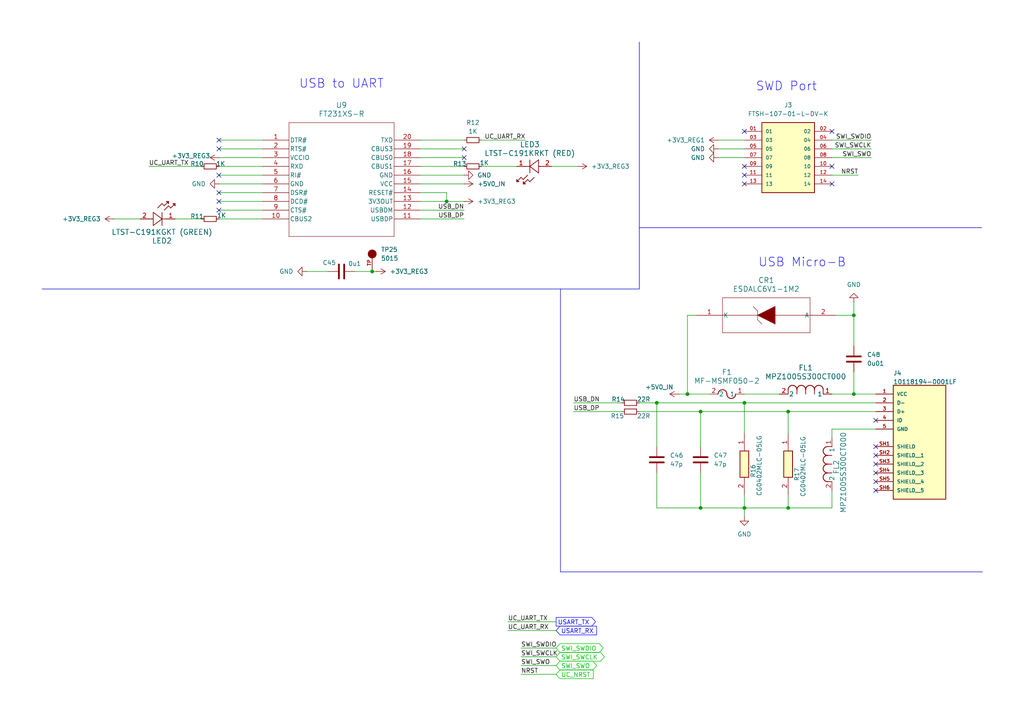
<source format=kicad_sch>
(kicad_sch (version 20250114) (generator "eeschema") (generator_version "9.0")
  (paper "A4")
  (lib_symbols
    (symbol "HANDS-EMG-BOARD:+3V3_REG1" (power) (pin_numbers (hide yes)) (pin_names (offset 0) (hide yes))
      (property "Value" "+3V3_REG1" (at 0 3.556 0))
      (symbol "+3V3_REG1_0_1"
        (polyline (pts (xy -0.762 1.27) (xy 0 2.54)))
        (polyline (pts (xy 0 2.54) (xy 0.762 1.27)))
        (polyline (pts (xy 0 0) (xy 0 2.54)))
      )
      (symbol "+3V3_REG1_1_1"
        (pin power_in line (at 0 0 90) (length 0) (name "~") (number "1"))
      )
    )
    (symbol "HANDS-EMG-BOARD:+3V3_REG3" (power) (pin_numbers (hide yes)) (pin_names (offset 0) (hide yes))
      (property "Value" "+3V3_REG3" (at 0 3.556 0))
      (symbol "+3V3_REG3_0_1"
        (polyline (pts (xy -0.762 1.27) (xy 0 2.54)))
        (polyline (pts (xy 0 2.54) (xy 0.762 1.27)))
        (polyline (pts (xy 0 0) (xy 0 2.54)))
      )
      (symbol "+3V3_REG3_1_1"
        (pin power_in line (at 0 0 90) (length 0) (name "~") (number "1"))
      )
    )
    (symbol "HANDS-EMG-BOARD:+5V0_IN" (power) (pin_numbers (hide yes)) (pin_names (offset 0) (hide yes))
      (property "Value" "+5V0_IN" (at 0 3.556 0))
      (symbol "+5V0_IN_0_1"
        (polyline (pts (xy -0.762 1.27) (xy 0 2.54)))
        (polyline (pts (xy 0 2.54) (xy 0.762 1.27)))
        (polyline (pts (xy 0 0) (xy 0 2.54)))
      )
      (symbol "+5V0_IN_1_1"
        (pin power_in line (at 0 0 90) (length 0) (name "~") (number "1"))
      )
    )
    (symbol "HANDS-EMG-BOARD:0402WGF4702TCE" (pin_names (hide yes))
      (property "Reference" "R" (at 13.97 6.35 0))
      (property "Value" "CG0402MLC-05LG" (at 13.97 3.81 0))
      (symbol "0402WGF4702TCE_1_1"
        (rectangle (start 5.08 1.27) (end 12.7 -1.27) (stroke (width 0.254)) (fill (type background)))
        (pin passive line (at 0 0 0) (length 5.08) (name "1") (number "1"))
        (pin passive line (at 17.78 0 180) (length 5.08) (name "2") (number "2"))
      )
    )
    (symbol "HANDS-EMG-BOARD:10118194-0001LF" (pin_names (offset 1.016))
      (property "Reference" "J" (at -7.62 10.922 0))
      (property "Value" "10118194-0001LF" (at -7.62 -25.4 0))
      (symbol "10118194-0001LF_0_0"
        (rectangle (start -7.62 -22.86) (end 7.62 10.16) (stroke (width 0.254)) (fill (type background)))
        (pin power_in line (at -12.7 7.62 0) (length 5.08) (name "VCC") (number "1"))
        (pin bidirectional line (at -12.7 5.08 0) (length 5.08) (name "D-") (number "2"))
        (pin bidirectional line (at -12.7 2.54 0) (length 5.08) (name "D+") (number "3"))
        (pin bidirectional line (at -12.7 0 0) (length 5.08) (name "ID") (number "4"))
        (pin power_in line (at -12.7 -2.54 0) (length 5.08) (name "GND") (number "5"))
        (pin passive line (at -12.7 -7.62 0) (length 5.08) (name "SHIELD") (number "SH1"))
        (pin passive line (at -12.7 -10.16 0) (length 5.08) (name "SHIELD__1") (number "SH2"))
        (pin passive line (at -12.7 -12.7 0) (length 5.08) (name "SHIELD__2") (number "SH3"))
        (pin passive line (at -12.7 -15.24 0) (length 5.08) (name "SHIELD__3") (number "SH4"))
        (pin passive line (at -12.7 -17.78 0) (length 5.08) (name "SHIELD__4") (number "SH5"))
        (pin passive line (at -12.7 -20.32 0) (length 5.08) (name "SHIELD__5") (number "SH6"))
      )
    )
    (symbol "HANDS-EMG-BOARD:5015" (pin_names (offset 1.016))
      (property "Reference" "TP" (at -2.5444 2.5415 0))
      (property "Value" "5015" (at -2.55 -5.0866 0))
      (symbol "5015_0_0"
        (circle (center 0 0) (radius 0.635) (stroke (width 1.27)))
        (pin passive line (at -5.08 0 0) (length 5.08) (name "~") (number "TP"))
      )
    )
    (symbol "HANDS-EMG-BOARD:C" (pin_numbers (hide yes)) (pin_names (offset 0.254))
      (property "Reference" "C" (at 0.635 2.54 0))
      (property "Value" "C" (at 0.635 -2.54 0))
      (symbol "C_0_1"
        (polyline (pts (xy -2.032 0.762) (xy 2.032 0.762)) (stroke (width 0.508)))
        (polyline (pts (xy -2.032 -0.762) (xy 2.032 -0.762)) (stroke (width 0.508)))
      )
      (symbol "C_1_1"
        (pin passive line (at 0 3.81 270) (length 2.794) (name "~") (number "1"))
        (pin passive line (at 0 -3.81 90) (length 2.794) (name "~") (number "2"))
      )
    )
    (symbol "HANDS-EMG-BOARD:ESDALC6V1-1M2" (pin_names (offset 0.254))
      (property "Reference" "CR" (at 20.32 10.16 0))
      (property "Value" "ESDALC6V1-1M2" (at 20.32 7.62 0))
      (symbol "ESDALC6V1-1M2_0_1"
        (polyline (pts (xy 7.62 5.08) (xy 7.62 -5.08)) (stroke (width 0.127)))
        (polyline (pts (xy 7.62 0) (xy 33.02 0)) (stroke (width 0.127)))
        (polyline (pts (xy 7.62 -5.08) (xy 33.02 -5.08)) (stroke (width 0.127)))
        (polyline (pts (xy 17.78 1.27) (xy 16.51 2.54)) (stroke (width 0.127)))
        (polyline (pts (xy 17.78 0) (xy 22.86 -2.54)) (stroke (width 0.127)))
        (polyline (pts (xy 17.78 0) (xy 22.86 2.54) (xy 22.86 -2.54)) (fill (type outline)))
        (polyline (pts (xy 17.78 -1.27) (xy 17.78 1.27)) (stroke (width 0.127)))
        (polyline (pts (xy 17.78 -1.27) (xy 19.05 -2.54)) (stroke (width 0.127)))
        (polyline (pts (xy 22.86 2.54) (xy 17.78 0)) (stroke (width 0.127)))
        (polyline (pts (xy 22.86 -2.54) (xy 22.86 2.54)) (stroke (width 0.127)))
        (polyline (pts (xy 33.02 5.08) (xy 7.62 5.08)) (stroke (width 0.127)))
        (polyline (pts (xy 33.02 -5.08) (xy 33.02 5.08)) (stroke (width 0.127)))
        (pin unspecified line (at 0 0 0) (length 7.62) (name "K") (number "1"))
        (pin unspecified line (at 40.64 0 180) (length 7.62) (name "A") (number "2"))
      )
    )
    (symbol "HANDS-EMG-BOARD:FT231XS-R" (pin_names (offset 0.254))
      (property "Reference" "U" (at 22.86 10.16 0))
      (property "Value" "FT231XS-R" (at 22.86 7.62 0))
      (symbol "FT231XS-R_0_1"
        (polyline (pts (xy 7.62 5.08) (xy 7.62 -27.94)) (stroke (width 0.127)))
        (polyline (pts (xy 7.62 -27.94) (xy 38.1 -27.94)) (stroke (width 0.127)))
        (polyline (pts (xy 38.1 5.08) (xy 7.62 5.08)) (stroke (width 0.127)))
        (polyline (pts (xy 38.1 -27.94) (xy 38.1 5.08)) (stroke (width 0.127)))
        (pin output line (at 0 0 0) (length 7.62) (name "DTR#") (number "1"))
        (pin output line (at 0 -2.54 0) (length 7.62) (name "RTS#") (number "2"))
        (pin power_in line (at 0 -5.08 0) (length 7.62) (name "VCCIO") (number "3"))
        (pin input line (at 0 -7.62 0) (length 7.62) (name "RXD") (number "4"))
        (pin input line (at 0 -10.16 0) (length 7.62) (name "RI#") (number "5"))
        (pin power_out line (at 0 -12.7 0) (length 7.62) (name "GND") (number "6"))
        (pin input line (at 0 -15.24 0) (length 7.62) (name "DSR#") (number "7"))
        (pin input line (at 0 -17.78 0) (length 7.62) (name "DCD#") (number "8"))
        (pin input line (at 0 -20.32 0) (length 7.62) (name "CTS#") (number "9"))
        (pin bidirectional line (at 0 -22.86 0) (length 7.62) (name "CBUS2") (number "10"))
        (pin output line (at 45.72 0 180) (length 7.62) (name "TXD") (number "20"))
        (pin bidirectional line (at 45.72 -2.54 180) (length 7.62) (name "CBUS3") (number "19"))
        (pin bidirectional line (at 45.72 -5.08 180) (length 7.62) (name "CBUS0") (number "18"))
        (pin bidirectional line (at 45.72 -7.62 180) (length 7.62) (name "CBUS1") (number "17"))
        (pin power_out line (at 45.72 -10.16 180) (length 7.62) (name "GND") (number "16"))
        (pin power_in line (at 45.72 -12.7 180) (length 7.62) (name "VCC") (number "15"))
        (pin input line (at 45.72 -15.24 180) (length 7.62) (name "RESET#") (number "14"))
        (pin power_in line (at 45.72 -17.78 180) (length 7.62) (name "3V3OUT") (number "13"))
        (pin input line (at 45.72 -20.32 180) (length 7.62) (name "USBDM") (number "12"))
        (pin input line (at 45.72 -22.86 180) (length 7.62) (name "USBDP") (number "11"))
      )
    )
    (symbol "HANDS-EMG-BOARD:FTSH-107-01-L-DV-K" (pin_names (offset 1.016))
      (property "Reference" "J" (at -8.12 10.16 0))
      (property "Value" "FTSH-107-01-L-DV-K" (at -7.62 -12.7 0))
      (symbol "FTSH-107-01-L-DV-K_0_0"
        (rectangle (start -7.62 -10.16) (end 7.62 10.16) (stroke (width 0.254)) (fill (type background)))
        (pin passive line (at -12.7 7.62 0) (length 5.08) (name "01") (number "01"))
        (pin passive line (at -12.7 5.08 0) (length 5.08) (name "03") (number "03"))
        (pin passive line (at -12.7 2.54 0) (length 5.08) (name "05") (number "05"))
        (pin passive line (at -12.7 0 0) (length 5.08) (name "07") (number "07"))
        (pin passive line (at -12.7 -2.54 0) (length 5.08) (name "09") (number "09"))
        (pin passive line (at -12.7 -5.08 0) (length 5.08) (name "11") (number "11"))
        (pin passive line (at -12.7 -7.62 0) (length 5.08) (name "13") (number "13"))
        (pin passive line (at 12.7 7.62 180) (length 5.08) (name "02") (number "02"))
        (pin passive line (at 12.7 5.08 180) (length 5.08) (name "04") (number "04"))
        (pin passive line (at 12.7 2.54 180) (length 5.08) (name "06") (number "06"))
        (pin passive line (at 12.7 0 180) (length 5.08) (name "08") (number "08"))
        (pin passive line (at 12.7 -2.54 180) (length 5.08) (name "10") (number "10"))
        (pin passive line (at 12.7 -5.08 180) (length 5.08) (name "12") (number "12"))
        (pin passive line (at 12.7 -7.62 180) (length 5.08) (name "14") (number "14"))
      )
    )
    (symbol "HANDS-EMG-BOARD:GND" (power) (pin_numbers (hide yes)) (pin_names (offset 0) (hide yes))
      (property "Value" "GND" (at 0 -3.81 0))
      (symbol "GND_0_1"
        (polyline (pts (xy 0 0) (xy 0 -1.27) (xy 1.27 -1.27) (xy 0 -2.54) (xy -1.27 -1.27) (xy 0 -1.27)))
      )
      (symbol "GND_1_1"
        (pin power_in line (at 0 0 270) (length 0) (name "~") (number "1"))
      )
    )
    (symbol "HANDS-EMG-BOARD:LTST-C191KGKT" (pin_names (offset 0.254))
      (property "Reference" "LED" (at 5.08 -4.445 0))
      (property "Value" "LTST-C191KGKT" (at 5.08 -7.62 0))
      (symbol "LTST-C191KGKT_1_1"
        (polyline (pts (xy 2.54 0) (xy 3.4798 0)) (stroke (width 0.2032)))
        (polyline (pts (xy 3.175 0) (xy 3.81 0)) (stroke (width 0.2032)))
        (polyline (pts (xy 3.81 1.905) (xy 3.81 -1.905)) (stroke (width 0.2032)))
        (polyline (pts (xy 3.81 -1.905) (xy 6.35 0)) (stroke (width 0.2032)))
        (polyline (pts (xy 5.08 3.175) (xy 6.35 4.445)) (stroke (width 0.2032)))
        (polyline (pts (xy 6.35 4.445) (xy 6.985 3.81)) (stroke (width 0.2032)))
        (polyline (pts (xy 6.35 0) (xy 3.81 1.905)) (stroke (width 0.2032)))
        (polyline (pts (xy 6.35 0) (xy 7.62 0)) (stroke (width 0.2032)))
        (polyline (pts (xy 6.35 -1.905) (xy 6.35 1.905)) (stroke (width 0.2032)))
        (polyline (pts (xy 6.985 3.81) (xy 8.255 5.08)) (stroke (width 0.2032)))
        (polyline (pts (xy 6.985 2.54) (xy 8.255 3.81)) (stroke (width 0.2032)))
        (polyline (pts (xy 7.62 5.08) (xy 8.255 4.445)) (stroke (width 0.2032)))
        (polyline (pts (xy 8.255 5.08) (xy 7.62 5.08)) (stroke (width 0.2032)))
        (polyline (pts (xy 8.255 4.445) (xy 8.255 5.08)) (stroke (width 0.2032)))
        (polyline (pts (xy 8.255 3.81) (xy 8.89 3.175)) (stroke (width 0.2032)))
        (polyline (pts (xy 8.89 3.175) (xy 10.16 4.445)) (stroke (width 0.2032)))
        (polyline (pts (xy 9.525 4.445) (xy 10.16 3.81)) (stroke (width 0.2032)))
        (polyline (pts (xy 10.16 4.445) (xy 9.525 4.445)) (stroke (width 0.2032)))
        (polyline (pts (xy 10.16 3.81) (xy 10.16 4.445)) (stroke (width 0.2032)))
        (pin unspecified line (at 0 0 0) (length 2.54) (name "") (number "2"))
        (pin unspecified line (at 10.16 0 180) (length 2.54) (name "") (number "1"))
      )
      (symbol "LTST-C191KGKT_1_2"
        (polyline (pts (xy -5.08 8.255) (xy -5.08 7.62)) (stroke (width 0.2032)))
        (polyline (pts (xy -5.08 7.62) (xy -4.445 8.255)) (stroke (width 0.2032)))
        (polyline (pts (xy -4.445 10.16) (xy -4.445 9.525)) (stroke (width 0.2032)))
        (polyline (pts (xy -4.445 9.525) (xy -3.81 10.16)) (stroke (width 0.2032)))
        (polyline (pts (xy -4.445 8.255) (xy -5.08 8.255)) (stroke (width 0.2032)))
        (polyline (pts (xy -4.445 6.35) (xy -3.81 6.985)) (stroke (width 0.2032)))
        (polyline (pts (xy -3.81 10.16) (xy -4.445 10.16)) (stroke (width 0.2032)))
        (polyline (pts (xy -3.81 8.255) (xy -3.175 8.89)) (stroke (width 0.2032)))
        (polyline (pts (xy -3.81 6.985) (xy -5.08 8.255)) (stroke (width 0.2032)))
        (polyline (pts (xy -3.175 8.89) (xy -4.445 10.16)) (stroke (width 0.2032)))
        (polyline (pts (xy -3.175 5.08) (xy -4.445 6.35)) (stroke (width 0.2032)))
        (polyline (pts (xy -2.54 6.985) (xy -3.81 8.255)) (stroke (width 0.2032)))
        (polyline (pts (xy -1.905 3.81) (xy 1.905 3.81)) (stroke (width 0.2032)))
        (polyline (pts (xy 0 6.35) (xy -1.905 3.81)) (stroke (width 0.2032)))
        (polyline (pts (xy 0 6.35) (xy 0 7.62)) (stroke (width 0.2032)))
        (polyline (pts (xy 0 3.175) (xy 0 3.81)) (stroke (width 0.2032)))
        (polyline (pts (xy 0 2.54) (xy 0 3.4798)) (stroke (width 0.2032)))
        (polyline (pts (xy 1.905 6.35) (xy -1.905 6.35)) (stroke (width 0.2032)))
        (polyline (pts (xy 1.905 3.81) (xy 0 6.35)) (stroke (width 0.2032)))
        (pin unspecified line (at 0 10.16 270) (length 2.54) (name "") (number "1"))
        (pin unspecified line (at 0 0 90) (length 2.54) (name "") (number "2"))
      )
    )
    (symbol "HANDS-EMG-BOARD:LTST-C191KRKT" (pin_names (offset 0.254))
      (property "Reference" "LED" (at 5.08 -4.445 0))
      (property "Value" "LTST-C191KRKT" (at 5.08 -7.62 0))
      (symbol "LTST-C191KRKT_1_1"
        (polyline (pts (xy 2.54 0) (xy 3.4798 0)) (stroke (width 0.2032)))
        (polyline (pts (xy 3.175 0) (xy 3.81 0)) (stroke (width 0.2032)))
        (polyline (pts (xy 3.81 1.905) (xy 3.81 -1.905)) (stroke (width 0.2032)))
        (polyline (pts (xy 3.81 -1.905) (xy 6.35 0)) (stroke (width 0.2032)))
        (polyline (pts (xy 5.08 3.175) (xy 6.35 4.445)) (stroke (width 0.2032)))
        (polyline (pts (xy 6.35 4.445) (xy 6.985 3.81)) (stroke (width 0.2032)))
        (polyline (pts (xy 6.35 0) (xy 3.81 1.905)) (stroke (width 0.2032)))
        (polyline (pts (xy 6.35 0) (xy 7.62 0)) (stroke (width 0.2032)))
        (polyline (pts (xy 6.35 -1.905) (xy 6.35 1.905)) (stroke (width 0.2032)))
        (polyline (pts (xy 6.985 3.81) (xy 8.255 5.08)) (stroke (width 0.2032)))
        (polyline (pts (xy 6.985 2.54) (xy 8.255 3.81)) (stroke (width 0.2032)))
        (polyline (pts (xy 7.62 5.08) (xy 8.255 4.445)) (stroke (width 0.2032)))
        (polyline (pts (xy 8.255 5.08) (xy 7.62 5.08)) (stroke (width 0.2032)))
        (polyline (pts (xy 8.255 4.445) (xy 8.255 5.08)) (stroke (width 0.2032)))
        (polyline (pts (xy 8.255 3.81) (xy 8.89 3.175)) (stroke (width 0.2032)))
        (polyline (pts (xy 8.89 3.175) (xy 10.16 4.445)) (stroke (width 0.2032)))
        (polyline (pts (xy 9.525 4.445) (xy 10.16 3.81)) (stroke (width 0.2032)))
        (polyline (pts (xy 10.16 4.445) (xy 9.525 4.445)) (stroke (width 0.2032)))
        (polyline (pts (xy 10.16 3.81) (xy 10.16 4.445)) (stroke (width 0.2032)))
        (pin unspecified line (at 0 0 0) (length 2.54) (name "") (number "2"))
        (pin unspecified line (at 10.16 0 180) (length 2.54) (name "") (number "1"))
      )
      (symbol "LTST-C191KRKT_1_2"
        (polyline (pts (xy -5.08 8.255) (xy -5.08 7.62)) (stroke (width 0.2032)))
        (polyline (pts (xy -5.08 7.62) (xy -4.445 8.255)) (stroke (width 0.2032)))
        (polyline (pts (xy -4.445 10.16) (xy -4.445 9.525)) (stroke (width 0.2032)))
        (polyline (pts (xy -4.445 9.525) (xy -3.81 10.16)) (stroke (width 0.2032)))
        (polyline (pts (xy -4.445 8.255) (xy -5.08 8.255)) (stroke (width 0.2032)))
        (polyline (pts (xy -4.445 6.35) (xy -3.81 6.985)) (stroke (width 0.2032)))
        (polyline (pts (xy -3.81 10.16) (xy -4.445 10.16)) (stroke (width 0.2032)))
        (polyline (pts (xy -3.81 8.255) (xy -3.175 8.89)) (stroke (width 0.2032)))
        (polyline (pts (xy -3.81 6.985) (xy -5.08 8.255)) (stroke (width 0.2032)))
        (polyline (pts (xy -3.175 8.89) (xy -4.445 10.16)) (stroke (width 0.2032)))
        (polyline (pts (xy -3.175 5.08) (xy -4.445 6.35)) (stroke (width 0.2032)))
        (polyline (pts (xy -2.54 6.985) (xy -3.81 8.255)) (stroke (width 0.2032)))
        (polyline (pts (xy -1.905 3.81) (xy 1.905 3.81)) (stroke (width 0.2032)))
        (polyline (pts (xy 0 6.35) (xy -1.905 3.81)) (stroke (width 0.2032)))
        (polyline (pts (xy 0 6.35) (xy 0 7.62)) (stroke (width 0.2032)))
        (polyline (pts (xy 0 3.175) (xy 0 3.81)) (stroke (width 0.2032)))
        (polyline (pts (xy 0 2.54) (xy 0 3.4798)) (stroke (width 0.2032)))
        (polyline (pts (xy 1.905 6.35) (xy -1.905 6.35)) (stroke (width 0.2032)))
        (polyline (pts (xy 1.905 3.81) (xy 0 6.35)) (stroke (width 0.2032)))
        (pin unspecified line (at 0 10.16 270) (length 2.54) (name "") (number "1"))
        (pin unspecified line (at 0 0 90) (length 2.54) (name "") (number "2"))
      )
    )
    (symbol "HANDS-EMG-BOARD:MF-MSMF050-2" (pin_names (offset 0.254))
      (property "Reference" "F" (at 5.08 3.175 0))
      (property "Value" "MF-MSMF050-2" (at 5.08 -3.175 0))
      (symbol "MF-MSMF050-2_0_1"
        (arc (start 2.54 0) (mid 3.81 1.2645) (end 5.08 0) (stroke (width 0.254)))
        (arc (start 7.62 0) (mid 6.35 -1.2645) (end 5.08 0) (stroke (width 0.254)))
        (pin unspecified line (at 0 0 0) (length 2.54) (name "1") (number "1"))
        (pin unspecified line (at 10.16 0 180) (length 2.54) (name "2") (number "2"))
      )
    )
    (symbol "HANDS-EMG-BOARD:MPZ1005S300CT000" (pin_names (offset 0.254))
      (property "Reference" "FL" (at 6.985 5.08 0))
      (property "Value" "MPZ1005S300CT000" (at 6.985 -2.54 0))
      (symbol "MPZ1005S300CT000_1_1"
        (polyline (pts (xy 2.54 0) (xy 2.54 1.27)) (stroke (width 0.2032)))
        (arc (start 2.54 1.27) (mid 3.81 2.5344) (end 5.08 1.27) (stroke (width 0.254)))
        (polyline (pts (xy 5.08 0) (xy 5.08 1.27)) (stroke (width 0.2032)))
        (arc (start 5.08 1.27) (mid 6.35 2.5344) (end 7.62 1.27) (stroke (width 0.254)))
        (polyline (pts (xy 7.62 0) (xy 7.62 1.27)) (stroke (width 0.2032)))
        (arc (start 7.62 1.27) (mid 8.89 2.5344) (end 10.16 1.27) (stroke (width 0.254)))
        (polyline (pts (xy 10.16 0) (xy 10.16 1.27)) (stroke (width 0.2032)))
        (arc (start 10.16 1.27) (mid 11.43 2.5344) (end 12.7 1.27) (stroke (width 0.254)))
        (polyline (pts (xy 12.7 0) (xy 12.7 1.27)) (stroke (width 0.2032)))
        (pin unspecified line (at 0 0 0) (length 2.54) (name "2") (number "2"))
        (pin unspecified line (at 15.24 0 180) (length 2.54) (name "1") (number "1"))
      )
      (symbol "MPZ1005S300CT000_1_2"
        (arc (start -1.27 10.16) (mid -2.5344 11.43) (end -1.27 12.7) (stroke (width 0.254)))
        (arc (start -1.27 7.62) (mid -2.5344 8.89) (end -1.27 10.16) (stroke (width 0.254)))
        (arc (start -1.27 5.08) (mid -2.5344 6.35) (end -1.27 7.62) (stroke (width 0.254)))
        (arc (start -1.27 2.54) (mid -2.5344 3.81) (end -1.27 5.08) (stroke (width 0.254)))
        (polyline (pts (xy 0 12.7) (xy -1.27 12.7)) (stroke (width 0.2032)))
        (polyline (pts (xy 0 10.16) (xy -1.27 10.16)) (stroke (width 0.2032)))
        (polyline (pts (xy 0 7.62) (xy -1.27 7.62)) (stroke (width 0.2032)))
        (polyline (pts (xy 0 5.08) (xy -1.27 5.08)) (stroke (width 0.2032)))
        (polyline (pts (xy 0 2.54) (xy -1.27 2.54)) (stroke (width 0.2032)))
        (pin unspecified line (at 0 15.24 270) (length 2.54) (name "1") (number "1"))
        (pin unspecified line (at 0 0 90) (length 2.54) (name "2") (number "2"))
      )
    )
    (symbol "HANDS-EMG-BOARD:R_Small" (pin_numbers (hide yes)) (pin_names (offset 0.254) (hide yes))
      (property "Reference" "R" (at 0.762 0.508 0))
      (property "Value" "R_Small" (at 0.762 -1.016 0))
      (symbol "R_Small_0_1"
        (rectangle (start -0.762 1.778) (end 0.762 -1.778) (stroke (width 0.2032)))
      )
      (symbol "R_Small_1_1"
        (pin passive line (at 0 2.54 270) (length 0.762) (name "~") (number "1"))
        (pin passive line (at 0 -2.54 90) (length 0.762) (name "~") (number "2"))
      )
    )
  )
  (text "USB Micro-B" (at 232.664 76.2 0) (effects (font (size 2.54 2.54))))
  (text "USB to UART" (at 99.06 24.384 0) (effects (font (size 2.54 2.54))))
  (text "SWD Port" (at 228.092 25.146 0) (effects (font (size 2.54 2.54))))
  (junction (at 228.6 119.38))
  (junction (at 247.65 91.44))
  (junction (at 215.9 116.84))
  (junction (at 203.2 147.32))
  (junction (at 129.54 58.42))
  (junction (at 215.9 147.32))
  (junction (at 190.5 116.84))
  (junction (at 199.39 114.3))
  (junction (at 107.95 78.74))
  (junction (at 203.2 119.38))
  (junction (at 247.65 114.3))
  (junction (at 228.6 147.32))
  (no_connect (at 134.62 43.18))
  (no_connect (at 63.5 60.96))
  (no_connect (at 63.5 50.8))
  (no_connect (at 254 137.16))
  (no_connect (at 241.3 53.34))
  (no_connect (at 254 134.62))
  (no_connect (at 254 129.54))
  (no_connect (at 254 139.7))
  (no_connect (at 134.62 45.72))
  (no_connect (at 254 121.92))
  (no_connect (at 63.5 58.42))
  (no_connect (at 254 132.08))
  (no_connect (at 215.9 53.34))
  (no_connect (at 215.9 48.26))
  (no_connect (at 63.5 40.64))
  (no_connect (at 215.9 50.8))
  (no_connect (at 63.5 55.88))
  (no_connect (at 241.3 48.26))
  (no_connect (at 254 142.24))
  (no_connect (at 241.3 38.1))
  (no_connect (at 215.9 38.1))
  (no_connect (at 63.5 43.18))
  (wire (pts (xy 241.3 50.8) (xy 248.92 50.8)))
  (wire (pts (xy 208.28 43.18) (xy 215.9 43.18)))
  (wire (pts (xy 228.6 147.32) (xy 215.9 147.32)))
  (wire (pts (xy 121.92 60.96) (xy 134.62 60.96)))
  (polyline (pts (xy 162.56 83.82) (xy 162.56 165.862)))
  (wire (pts (xy 247.65 114.3) (xy 254 114.3)))
  (wire (pts (xy 228.6 119.38) (xy 228.6 125.73)))
  (wire (pts (xy 121.92 55.88) (xy 129.54 55.88)))
  (wire (pts (xy 63.5 55.88) (xy 76.2 55.88)))
  (wire (pts (xy 63.5 53.34) (xy 76.2 53.34)))
  (wire (pts (xy 247.65 91.44) (xy 247.65 100.33)))
  (wire (pts (xy 241.3 142.24) (xy 241.3 147.32)))
  (wire (pts (xy 139.7 48.26) (xy 149.86 48.26)))
  (wire (pts (xy 63.5 48.26) (xy 76.2 48.26)))
  (wire (pts (xy 121.92 48.26) (xy 134.62 48.26)))
  (wire (pts (xy 63.5 40.64) (xy 76.2 40.64)))
  (wire (pts (xy 121.92 40.64) (xy 134.62 40.64)))
  (wire (pts (xy 241.3 45.72) (xy 252.73 45.72)))
  (wire (pts (xy 215.9 116.84) (xy 254 116.84)))
  (wire (pts (xy 199.39 91.44) (xy 199.39 114.3)))
  (polyline (pts (xy 162.56 165.862) (xy 284.988 165.862)))
  (wire (pts (xy 63.5 58.42) (xy 76.2 58.42)))
  (wire (pts (xy 185.42 119.38) (xy 203.2 119.38)))
  (wire (pts (xy 88.9 78.74) (xy 95.25 78.74)))
  (wire (pts (xy 63.5 63.5) (xy 76.2 63.5)))
  (wire (pts (xy 247.65 87.63) (xy 247.65 91.44)))
  (wire (pts (xy 215.9 114.3) (xy 226.06 114.3)))
  (wire (pts (xy 196.85 114.3) (xy 199.39 114.3)))
  (wire (pts (xy 215.9 143.51) (xy 215.9 147.32)))
  (wire (pts (xy 102.87 78.74) (xy 107.95 78.74)))
  (wire (pts (xy 215.9 147.32) (xy 215.9 149.86)))
  (wire (pts (xy 242.57 91.44) (xy 247.65 91.44)))
  (wire (pts (xy 160.02 48.26) (xy 167.64 48.26)))
  (wire (pts (xy 201.93 91.44) (xy 199.39 91.44)))
  (wire (pts (xy 151.13 187.96) (xy 161.29 187.96)))
  (wire (pts (xy 63.5 50.8) (xy 76.2 50.8)))
  (wire (pts (xy 121.92 50.8) (xy 134.62 50.8)))
  (wire (pts (xy 241.3 147.32) (xy 228.6 147.32)))
  (wire (pts (xy 199.39 114.3) (xy 205.74 114.3)))
  (wire (pts (xy 215.9 147.32) (xy 203.2 147.32)))
  (wire (pts (xy 166.37 116.84) (xy 180.34 116.84)))
  (wire (pts (xy 208.28 40.64) (xy 215.9 40.64)))
  (polyline (pts (xy 12.192 83.82) (xy 185.42 83.82)))
  (polyline (pts (xy 185.42 66.04) (xy 284.734 66.04)))
  (wire (pts (xy 166.37 119.38) (xy 180.34 119.38)))
  (wire (pts (xy 151.13 190.5) (xy 161.29 190.5)))
  (wire (pts (xy 215.9 116.84) (xy 215.9 125.73)))
  (wire (pts (xy 151.13 195.58) (xy 161.29 195.58)))
  (wire (pts (xy 203.2 119.38) (xy 228.6 119.38)))
  (wire (pts (xy 129.54 55.88) (xy 129.54 58.42)))
  (wire (pts (xy 147.32 182.88) (xy 161.29 182.88)))
  (wire (pts (xy 208.28 45.72) (xy 215.9 45.72)))
  (wire (pts (xy 203.2 147.32) (xy 190.5 147.32)))
  (wire (pts (xy 151.13 193.04) (xy 161.29 193.04)))
  (wire (pts (xy 203.2 137.16) (xy 203.2 147.32)))
  (wire (pts (xy 63.5 45.72) (xy 76.2 45.72)))
  (wire (pts (xy 203.2 119.38) (xy 203.2 129.54)))
  (wire (pts (xy 121.92 63.5) (xy 134.62 63.5)))
  (wire (pts (xy 139.7 40.64) (xy 152.4 40.64)))
  (wire (pts (xy 185.42 116.84) (xy 190.5 116.84)))
  (wire (pts (xy 121.92 43.18) (xy 134.62 43.18)))
  (wire (pts (xy 254 124.46) (xy 241.3 124.46)))
  (wire (pts (xy 241.3 43.18) (xy 252.73 43.18)))
  (wire (pts (xy 33.02 63.5) (xy 40.64 63.5)))
  (wire (pts (xy 241.3 124.46) (xy 241.3 127)))
  (wire (pts (xy 241.3 40.64) (xy 252.73 40.64)))
  (wire (pts (xy 241.3 114.3) (xy 247.65 114.3)))
  (wire (pts (xy 190.5 147.32) (xy 190.5 137.16)))
  (wire (pts (xy 121.92 53.34) (xy 134.62 53.34)))
  (wire (pts (xy 228.6 119.38) (xy 254 119.38)))
  (wire (pts (xy 129.54 58.42) (xy 134.62 58.42)))
  (wire (pts (xy 147.32 180.34) (xy 161.29 180.34)))
  (wire (pts (xy 50.8 63.5) (xy 58.42 63.5)))
  (wire (pts (xy 190.5 116.84) (xy 190.5 129.54)))
  (wire (pts (xy 63.5 43.18) (xy 76.2 43.18)))
  (polyline (pts (xy 185.42 12.192) (xy 185.42 83.82)))
  (wire (pts (xy 63.5 60.96) (xy 76.2 60.96)))
  (wire (pts (xy 107.95 78.74) (xy 109.22 78.74)))
  (wire (pts (xy 190.5 116.84) (xy 215.9 116.84)))
  (wire (pts (xy 43.18 48.26) (xy 58.42 48.26)))
  (wire (pts (xy 228.6 143.51) (xy 228.6 147.32)))
  (wire (pts (xy 121.92 58.42) (xy 129.54 58.42)))
  (wire (pts (xy 121.92 45.72) (xy 134.62 45.72)))
  (wire (pts (xy 247.65 107.95) (xy 247.65 114.3)))
  (label "UC_UART_RX" (at 152.4 40.64 180))
  (label "NRST" (at 151.13 195.58 0))
  (label "SWI_SWO" (at 252.73 45.72 180))
  (label "SWI_SWCLK" (at 151.13 190.5 0))
  (label "SWI_SWCLK" (at 252.73 43.18 180))
  (label "USB_DP" (at 134.62 63.5 180))
  (label "UC_UART_RX" (at 147.32 182.88 0))
  (label "SWI_SWO" (at 151.13 193.04 0))
  (label "UC_UART_TX" (at 43.18 48.26 0))
  (label "SWI_SWDIO" (at 151.13 187.96 0))
  (label "NRST" (at 248.92 50.8 180))
  (label "USB_DP" (at 166.37 119.38 0))
  (label "UC_UART_TX" (at 147.32 180.34 0))
  (label "SWI_SWDIO" (at 252.73 40.64 180))
  (label "USB_DN" (at 166.37 116.84 0))
  (label "USB_DN" (at 134.62 60.96 180))
  (global_label "SWI_SWDIO" (shape bidirectional) (at 161.29 187.96 0) (property "Intersheetrefs" "${INTERSHEET_REFS}" (effects (hide yes))))
  (global_label "UC_NRST" (shape input) (at 161.29 195.58 0) (property "Intersheetrefs" "${INTERSHEET_REFS}" (effects (hide yes))))
  (global_label "USART_TX" (shape output) (at 161.29 180.34 0) (property "Intersheetrefs" "${INTERSHEET_REFS}" (effects (hide yes))))
  (global_label "SWI_SWCLK" (shape bidirectional) (at 161.29 190.5 0) (property "Intersheetrefs" "${INTERSHEET_REFS}" (effects (hide yes))))
  (global_label "SWI_SWO" (shape bidirectional) (at 161.29 193.04 0) (property "Intersheetrefs" "${INTERSHEET_REFS}" (effects (hide yes))))
  (global_label "USART_RX" (shape input) (at 161.29 182.88 0) (property "Intersheetrefs" "${INTERSHEET_REFS}" (effects (hide yes))))
  (symbol (lib_id "HANDS-EMG-BOARD:+3V3_REG1") (at 208.28 40.64 90) (unit 1)
    (property "Reference" "#PWR0104" (effects (hide yes)))
    (property "Value" "+3V3_REG1" (at 204.47 40.6399 90) (effects (justify left)))
    (property "Description" "Power symbol creates a global label with name \"+3V3_REG1\"" (effects (hide yes)))
  )
  (symbol (lib_id "HANDS-EMG-BOARD:GND") (at 215.9 149.86 0) (unit 1)
    (property "Reference" "#PWR0107" (effects (hide yes)))
    (property "Value" "GND" (at 215.9 154.94 0))
    (property "Description" "Power symbol creates a global label with name \"GND\" , ground" (effects (hide yes)))
  )
  (symbol (lib_id "HANDS-EMG-BOARD:+3V3_REG3") (at 134.62 58.42 270) (unit 1)
    (property "Reference" "#PWR0101" (effects (hide yes)))
    (property "Value" "+3V3_REG3" (at 138.43 58.4199 90) (effects (justify left)))
    (property "Description" "Power symbol creates a global label with name \"+3V3_REG3\"" (effects (hide yes)))
  )
  (symbol (lib_id "HANDS-EMG-BOARD:+3V3_REG3") (at 167.64 48.26 270) (unit 1)
    (property "Reference" "#PWR0102" (effects (hide yes)))
    (property "Value" "+3V3_REG3" (at 171.45 48.2599 90) (effects (justify left)))
    (property "Description" "Power symbol creates a global label with name \"+3V3_REG3\"" (effects (hide yes)))
  )
  (symbol (lib_id "HANDS-EMG-BOARD:0402WGF4702TCE") (at 215.9 125.73 270) (unit 1)
    (property "Reference" "R16" (at 218.44 134.62 0) (effects (justify left)))
    (property "Value" "CG0402MLC-05LG" (at 220.218 126.238 0) (effects (justify left)))
    (property "Footprint" "HANDS-EMG-BOARD:CG0402MLC-05LG" (effects (hide yes)))
    (property "Datasheet" "https://www.bourns.com/docs/product-datasheets/cga-mlc.pdf" (effects (hide yes)))
    (property "Description" "Varistor 1 Circuit Surface Mount, MLCV 0402 (1005 Metric)" (effects (hide yes)))
  )
  (symbol (lib_id "HANDS-EMG-BOARD:LTST-C191KRKT") (at 160.02 48.26 180) (unit 1)
    (property "Reference" "LED3" (at 153.67 41.91 0) (effects (font (size 1.524 1.524))))
    (property "Value" "LTST-C191KRKT (RED)" (at 153.67 44.45 0) (effects (font (size 1.524 1.524))))
    (property "Footprint" "HANDS-EMG-BOARD:LTST-C191KRKT" (effects (hide yes)))
    (property "Datasheet" "https://optoelectronics.liteon.com/upload/download/DS22-2000-223/LTST-C191KRKT.PDF" (effects (hide yes)))
    (property "Description" "Red 631nm LED Indication - Discrete 2V 0603 (1608 Metric)" (effects (hide yes)))
  )
  (symbol (lib_id "HANDS-EMG-BOARD:+3V3_REG3") (at 109.22 78.74 270) (unit 1)
    (property "Reference" "#PWR098" (effects (hide yes)))
    (property "Value" "+3V3_REG3" (at 113.03 78.7399 90) (effects (justify left)))
    (property "Description" "Power symbol creates a global label with name \"+3V3_REG3\"" (effects (hide yes)))
  )
  (symbol (lib_id "HANDS-EMG-BOARD:R_Small") (at 137.16 48.26 90) (unit 1)
    (property "Reference" "R13" (at 133.35 47.498 90))
    (property "Value" "1K" (at 140.462 47.244 90))
    (property "Footprint" "Resistor_SMD:R_0603_1608Metric" (effects (hide yes)))
    (property "Description" "Resistor, small symbol" (effects (hide yes)))
  )
  (symbol (lib_id "HANDS-EMG-BOARD:LTST-C191KGKT") (at 40.64 63.5 0) (unit 1)
    (property "Reference" "LED2" (at 46.99 69.85 0) (effects (font (size 1.524 1.524))))
    (property "Value" "LTST-C191KGKT (GREEN)" (at 46.99 67.31 0) (effects (font (size 1.524 1.524))))
    (property "Footprint" "HANDS-EMG-BOARD:LTST-C191KGKT" (effects (hide yes)))
    (property "Datasheet" "https://optoelectronics.liteon.com/upload/download/DS22-2000-228/LTST-C191KGKT.PDF" (effects (hide yes)))
    (property "Description" "Green 571nm LED Indication - Discrete 2V 0603 (1608 Metric)" (effects (hide yes)))
  )
  (symbol (lib_id "HANDS-EMG-BOARD:MF-MSMF050-2") (at 215.9 114.3 180) (unit 1)
    (property "Reference" "F1" (at 210.82 107.95 0) (effects (font (size 1.524 1.524))))
    (property "Value" "MF-MSMF050-2" (at 210.82 110.49 0) (effects (font (size 1.524 1.524))))
    (property "Footprint" "HANDS-EMG-BOARD:MF-MSMF050-2" (effects (hide yes)))
    (property "Datasheet" "https://www.bourns.com/docs/product-datasheets/mf-msmf.pdf" (effects (hide yes)))
    (property "Description" "Polymeric PTC Resettable Fuse 15V 500 mA Ih Surface Mount 1812 (4532 Metric), Concave" (effects (hide yes)))
  )
  (symbol (lib_id "HANDS-EMG-BOARD:GND") (at 208.28 45.72 270) (unit 1)
    (property "Reference" "#PWR0106" (effects (hide yes)))
    (property "Value" "GND" (at 204.47 45.7199 90) (effects (justify right)))
    (property "Description" "Power symbol creates a global label with name \"GND\" , ground" (effects (hide yes)))
  )
  (symbol (lib_id "HANDS-EMG-BOARD:GND") (at 88.9 78.74 270) (unit 1)
    (property "Reference" "#PWR097" (effects (hide yes)))
    (property "Value" "GND" (at 85.09 78.7399 90) (effects (justify right)))
    (property "Description" "Power symbol creates a global label with name \"GND\" , ground" (effects (hide yes)))
  )
  (symbol (lib_id "HANDS-EMG-BOARD:R_Small") (at 60.96 48.26 90) (unit 1)
    (property "Reference" "R10" (at 57.15 47.498 90))
    (property "Value" "1K" (at 64.008 47.498 90))
    (property "Footprint" "Resistor_SMD:R_0603_1608Metric" (effects (hide yes)))
    (property "Description" "Resistor, small symbol" (effects (hide yes)))
  )
  (symbol (lib_id "HANDS-EMG-BOARD:+3V3_REG3") (at 63.5 45.72 90) (unit 1)
    (property "Reference" "#PWR095" (effects (hide yes)))
    (property "Value" "+3V3_REG3" (at 60.96 45.212 90) (effects (justify left)))
    (property "Description" "Power symbol creates a global label with name \"+3V3_REG3\"" (effects (hide yes)))
  )
  (symbol (lib_id "HANDS-EMG-BOARD:R_Small") (at 137.16 40.64 90) (unit 1)
    (property "Reference" "R12" (at 137.16 35.56 90))
    (property "Value" "1K" (at 137.16 38.1 90))
    (property "Footprint" "Resistor_SMD:R_0603_1608Metric" (effects (hide yes)))
    (property "Description" "Resistor, small symbol" (effects (hide yes)))
  )
  (symbol (lib_id "HANDS-EMG-BOARD:R_Small") (at 60.96 63.5 90) (unit 1)
    (property "Reference" "R11" (at 57.15 62.738 90))
    (property "Value" "1K" (at 64.262 62.484 90))
    (property "Footprint" "Resistor_SMD:R_0603_1608Metric" (effects (hide yes)))
    (property "Description" "Resistor, small symbol" (effects (hide yes)))
  )
  (symbol (lib_id "HANDS-EMG-BOARD:+3V3_REG3") (at 33.02 63.5 90) (unit 1)
    (property "Reference" "#PWR094" (effects (hide yes)))
    (property "Value" "+3V3_REG3" (at 29.21 63.4999 90) (effects (justify left)))
    (property "Description" "Power symbol creates a global label with name \"+3V3_REG3\"" (effects (hide yes)))
  )
  (symbol (lib_id "HANDS-EMG-BOARD:10118194-0001LF") (at 266.7 121.92 0) (unit 1)
    (property "Reference" "J4" (at 259.08 108.204 0) (effects (justify left)))
    (property "Value" "10118194-0001LF" (at 259.08 110.744 0) (effects (justify left)))
    (property "Footprint" "HANDS-EMG-BOARD:10118194-0001LF" (effects (hide yes)))
    (property "Datasheet" "https://cdn.amphenol-cs.com/media/wysiwyg/files/documentation/datasheet/inputoutput/io_usb_micro.pdf" (effects (hide yes)))
    (property "Description" "USB - micro B USB 2.0 Receptacle Connector 5 Position Surface Mount, Right Angle; Through Hole" (effects (hide yes)))
    (property "PARTREV" "D" (effects (hide yes)))
    (property "MANUFACTURER" "Amphenol" (effects (hide yes)))
    (property "MAXIMUM_PACKAGE_HEIGHT" "2.66mm" (effects (hide yes)))
    (property "STANDARD" "Manufacturer Recommendations" (effects (hide yes)))
  )
  (symbol (lib_id "HANDS-EMG-BOARD:5015") (at 107.95 73.66 90) (unit 1)
    (property "Reference" "TP25" (at 110.49 72.3899 90) (effects (justify right)))
    (property "Value" "5015" (at 110.49 74.9299 90) (effects (justify right)))
    (property "Footprint" "HANDS-EMG-BOARD:5015" (effects (hide yes)))
    (property "Datasheet" "https://www.keyelco.com/userAssets/file/M65p55.pdf" (effects (hide yes)))
    (property "Description" "PC Test Point, Miniature Phosphor Bronze Silver Plating Surface Mount Mounting Type" (effects (hide yes)))
    (property "PARTREV" "F" (effects (hide yes)))
    (property "MANUFACTURER" "Keystone Electronics" (effects (hide yes)))
    (property "SNAPEDA_PN" "5015" (effects (hide yes)))
    (property "MAXIMUM_PACKAGE_HEIGHT" "1.52 mm" (effects (hide yes)))
    (property "STANDARD" "Manufacturer Recommendations" (effects (hide yes)))
  )
  (symbol (lib_id "HANDS-EMG-BOARD:C") (at 190.5 133.35 0) (unit 1)
    (property "Reference" "C46" (at 194.31 132.0799 0) (effects (justify left)))
    (property "Value" "47p" (at 194.31 134.6199 0) (effects (justify left)))
    (property "Footprint" "Capacitor_SMD:C_0402_1005Metric" (effects (hide yes)))
    (property "Description" "Unpolarized capacitor" (effects (hide yes)))
  )
  (symbol (lib_id "HANDS-EMG-BOARD:C") (at 247.65 104.14 0) (unit 1)
    (property "Reference" "C48" (at 251.46 102.8699 0) (effects (justify left)))
    (property "Value" "0u01" (at 251.46 105.4099 0) (effects (justify left)))
    (property "Footprint" "Capacitor_SMD:C_0402_1005Metric" (effects (hide yes)))
    (property "Description" "Unpolarized capacitor" (effects (hide yes)))
  )
  (symbol (lib_id "HANDS-EMG-BOARD:0402WGF4702TCE") (at 228.6 125.73 270) (unit 1)
    (property "Reference" "R17" (at 231.14 135.636 0) (effects (justify left)))
    (property "Value" "CG0402MLC-05LG" (at 232.918 126.492 0) (effects (justify left)))
    (property "Footprint" "HANDS-EMG-BOARD:CG0402MLC-05LG" (effects (hide yes)))
    (property "Datasheet" "https://www.bourns.com/docs/product-datasheets/cga-mlc.pdf" (effects (hide yes)))
    (property "Description" "Varistor 1 Circuit Surface Mount, MLCV 0402 (1005 Metric)" (effects (hide yes)))
  )
  (symbol (lib_id "HANDS-EMG-BOARD:+5V0_IN") (at 196.85 114.3 90) (unit 1)
    (property "Reference" "#PWR0103" (effects (hide yes)))
    (property "Value" "+5V0_IN" (at 195.326 112.268 90) (effects (justify left)))
    (property "Description" "Power symbol creates a global label with name \"+5V\"" (effects (hide yes)))
  )
  (symbol (lib_id "HANDS-EMG-BOARD:R_Small") (at 182.88 119.38 90) (unit 1)
    (property "Reference" "R15" (at 179.07 120.65 90))
    (property "Value" "22R" (at 186.69 120.65 90))
    (property "Footprint" "Resistor_SMD:R_0402_1005Metric" (effects (hide yes)))
    (property "Description" "Resistor, small symbol" (effects (hide yes)))
  )
  (symbol (lib_id "HANDS-EMG-BOARD:R_Small") (at 182.88 116.84 90) (unit 1)
    (property "Reference" "R14" (at 179.324 115.824 90))
    (property "Value" "22R" (at 186.69 115.824 90))
    (property "Footprint" "Resistor_SMD:R_0402_1005Metric" (effects (hide yes)))
    (property "Description" "Resistor, small symbol" (effects (hide yes)))
  )
  (symbol (lib_id "HANDS-EMG-BOARD:C") (at 99.06 78.74 90) (unit 1)
    (property "Reference" "C45" (at 95.504 76.2 90))
    (property "Value" "0u1" (at 102.87 76.454 90))
    (property "Footprint" "Capacitor_SMD:C_0402_1005Metric" (effects (hide yes)))
    (property "Description" "Unpolarized capacitor" (effects (hide yes)))
  )
  (symbol (lib_id "HANDS-EMG-BOARD:GND") (at 208.28 43.18 270) (unit 1)
    (property "Reference" "#PWR0105" (effects (hide yes)))
    (property "Value" "GND" (at 204.47 43.1799 90) (effects (justify right)))
    (property "Description" "Power symbol creates a global label with name \"GND\" , ground" (effects (hide yes)))
  )
  (symbol (lib_id "HANDS-EMG-BOARD:MPZ1005S300CT000") (at 241.3 142.24 90) (unit 1)
    (property "Reference" "FL2" (at 242.57 133.3499 0) (effects (font (size 1.524 1.524)) (justify right)))
    (property "Value" "MPZ1005S300CT000" (at 244.602 125.222 0) (effects (font (size 1.524 1.524)) (justify right)))
    (property "Footprint" "HANDS-EMG-BOARD:MPZ1005S300CT000" (effects (hide yes)))
    (property "Datasheet" "https://product.tdk.com/en/system/files?file=dam/doc/product/emc/emc/beads/catalog/beads_commercial_power_mpz1005_en.pdf" (effects (hide yes)))
    (property "Description" "30 Ohms @ 100 MHz 1 Power Line Ferrite Bead 0402 (1005 Metric) 1.7A 35mOhm" (effects (hide yes)))
  )
  (symbol (lib_id "HANDS-EMG-BOARD:GND") (at 247.65 87.63 180) (unit 1)
    (property "Reference" "#PWR0108" (effects (hide yes)))
    (property "Value" "GND" (at 247.65 82.55 0))
    (property "Description" "Power symbol creates a global label with name \"GND\" , ground" (effects (hide yes)))
  )
  (symbol (lib_id "HANDS-EMG-BOARD:FT231XS-R") (at 76.2 40.64 0) (unit 1)
    (property "Reference" "U9" (at 99.06 30.48 0) (effects (font (size 1.524 1.524))))
    (property "Value" "FT231XS-R" (at 99.06 33.02 0) (effects (font (size 1.524 1.524))))
    (property "Footprint" "HANDS-EMG-BOARD:FT231XS-R" (effects (hide yes)))
    (property "Datasheet" "https://ftdichip.com/wp-content/uploads/2021/10/DS_FT231X.pdf" (effects (hide yes)))
    (property "Description" "USB Bridge, USB to UART USB 2.0 UART Interface 20-SSOP" (effects (hide yes)))
  )
  (symbol (lib_id "HANDS-EMG-BOARD:C") (at 203.2 133.35 0) (unit 1)
    (property "Reference" "C47" (at 207.01 132.0799 0) (effects (justify left)))
    (property "Value" "47p" (at 207.01 134.6199 0) (effects (justify left)))
    (property "Footprint" "Capacitor_SMD:C_0402_1005Metric" (effects (hide yes)))
    (property "Description" "Unpolarized capacitor" (effects (hide yes)))
  )
  (symbol (lib_id "HANDS-EMG-BOARD:MPZ1005S300CT000") (at 226.06 114.3 0) (unit 1)
    (property "Reference" "FL1" (at 233.68 106.68 0) (effects (font (size 1.524 1.524))))
    (property "Value" "MPZ1005S300CT000" (at 233.68 109.22 0) (effects (font (size 1.524 1.524))))
    (property "Footprint" "HANDS-EMG-BOARD:MPZ1005S300CT000" (effects (hide yes)))
    (property "Datasheet" "https://product.tdk.com/en/system/files?file=dam/doc/product/emc/emc/beads/catalog/beads_commercial_power_mpz1005_en.pdf" (effects (hide yes)))
    (property "Description" "30 Ohms @ 100 MHz 1 Power Line Ferrite Bead 0402 (1005 Metric) 1.7A 35mOhm" (effects (hide yes)))
  )
  (symbol (lib_id "HANDS-EMG-BOARD:+5V0_IN") (at 134.62 53.34 270) (unit 1)
    (property "Reference" "#PWR0100" (effects (hide yes)))
    (property "Value" "+5V0_IN" (at 138.43 53.3399 90) (effects (justify left)))
    (property "Description" "Power symbol creates a global label with name \"+5V\"" (effects (hide yes)))
  )
  (symbol (lib_id "HANDS-EMG-BOARD:FTSH-107-01-L-DV-K") (at 228.6 45.72 0) (unit 1)
    (property "Reference" "J3" (at 228.6 30.48 0))
    (property "Value" "FTSH-107-01-L-DV-K" (at 228.6 33.02 0))
    (property "Footprint" "HANDS-EMG-BOARD:FTSH-107-01-L-DV-K" (effects (hide yes)))
    (property "Datasheet" "https://mm.digikey.com/Volume0/opasdata/d220001/medias/docus/6209/ftsh-1xx-xx-xxx-dv-xxx-xxx-x-xx-mkt.pdf" (effects (hide yes)))
    (property "Description" "Connector Header Surface Mount 14 position 0.050\" (1.27mm)" (effects (hide yes)))
    (property "PARTREV" "R" (effects (hide yes)))
    (property "MANUFACTURER" "Samtec" (effects (hide yes)))
    (property "STANDARD" "Manufacturer Recommendations" (effects (hide yes)))
  )
  (symbol (lib_id "HANDS-EMG-BOARD:GND") (at 134.62 50.8 90) (unit 1)
    (property "Reference" "#PWR099" (effects (hide yes)))
    (property "Value" "GND" (at 138.43 50.7999 90) (effects (justify right)))
    (property "Description" "Power symbol creates a global label with name \"GND\" , ground" (effects (hide yes)))
  )
  (symbol (lib_id "HANDS-EMG-BOARD:ESDALC6V1-1M2") (at 201.93 91.44 0) (unit 1)
    (property "Reference" "CR1" (at 222.25 81.28 0) (effects (font (size 1.524 1.524))))
    (property "Value" "ESDALC6V1-1M2" (at 222.25 83.82 0) (effects (font (size 1.524 1.524))))
    (property "Footprint" "HANDS-EMG-BOARD:ESDALC6V1-1M2" (effects (hide yes)))
    (property "Datasheet" "https://www.st.com/content/ccc/resource/technical/document/datasheet/a7/45/14/0d/75/ec/42/b9/CD00110945.pdf/files/CD00110945.pdf/jcr:content/translations/en.CD00110945.pdf" (effects (hide yes)))
    (property "Description" "Clamp Ipp Tvs Diode Surface Mount SOD-882" (effects (hide yes)))
  )
  (symbol (lib_id "HANDS-EMG-BOARD:GND") (at 63.5 53.34 270) (unit 1)
    (property "Reference" "#PWR096" (effects (hide yes)))
    (property "Value" "GND" (at 59.69 53.3399 90) (effects (justify right)))
    (property "Description" "Power symbol creates a global label with name \"GND\" , ground" (effects (hide yes)))
  )
)
</source>
